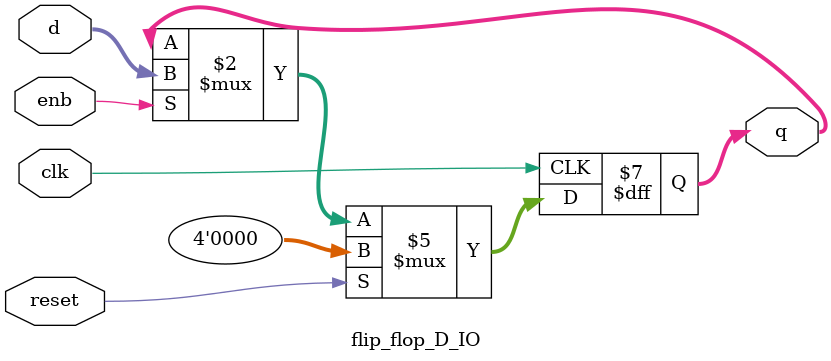
<source format=sv>
module flip_flop_D_IO	
	#(parameter N = 4)
	(input logic clk, reset, enb, input logic [N-1:0] d, output logic [N-1:0] q);
	
	always_ff @(negedge clk)
		begin
		if (reset) q <= 'b0;
		else 
			begin
			if (enb) q <= d;
			end		
		end

endmodule

</source>
